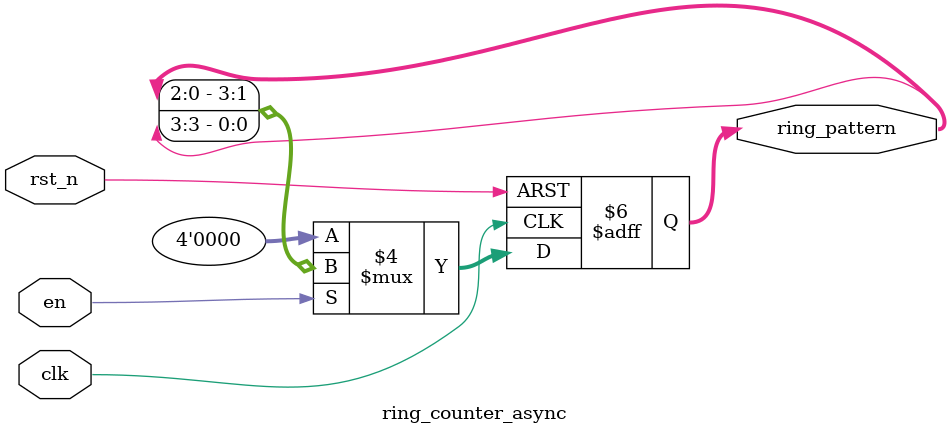
<source format=sv>
module ring_counter_async (
    input clk, rst_n, en,
    output reg [3:0] ring_pattern
);

always @(posedge clk or negedge rst_n) begin
    if (!rst_n)
        ring_pattern <= 4'b0001; // Initialize to a one-hot pattern
    else if (en)
        ring_pattern <= {ring_pattern[2:0], ring_pattern[3]}; // Shift left
    else
        ring_pattern <= 4'b0000; // When enable is low, output all zeros
end
endmodule
</source>
